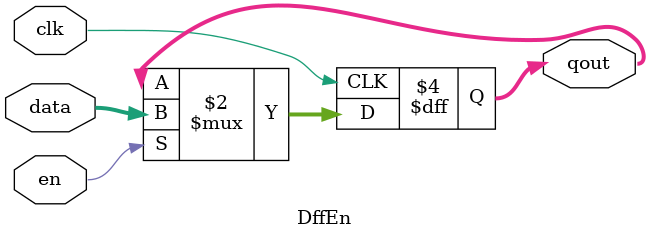
<source format=sv>
`ifndef __DFFEN_SV__
`define __DFFEN_SV__

module DffEn #(
    parameter integer DW = 32
) (
  input  wire               clk,
  input  wire               en,
  input  wire  [DW - 1 : 0] data,
  output logic [DW - 1 : 0] qout
);

  always_ff @(posedge clk) begin : dff_en
    if (en) begin
      qout <= data;
    end
  end

endmodule

`endif


</source>
